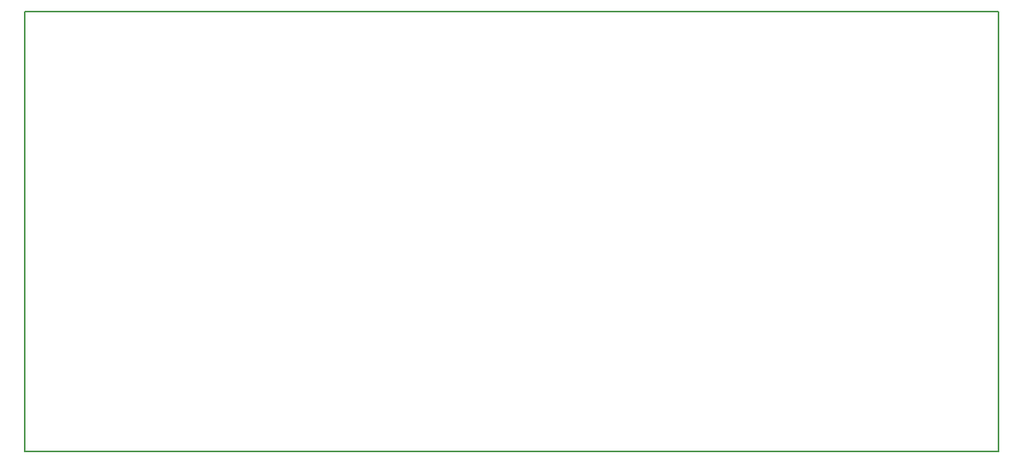
<source format=gbr>
G04 #@! TF.GenerationSoftware,KiCad,Pcbnew,(5.0.1)-4*
G04 #@! TF.CreationDate,2019-06-14T11:28:15-07:00*
G04 #@! TF.ProjectId,ESC_rev1,4553435F726576312E6B696361645F70,rev?*
G04 #@! TF.SameCoordinates,Original*
G04 #@! TF.FileFunction,Profile,NP*
%FSLAX46Y46*%
G04 Gerber Fmt 4.6, Leading zero omitted, Abs format (unit mm)*
G04 Created by KiCad (PCBNEW (5.0.1)-4) date 6/14/2019 11:28:15 AM*
%MOMM*%
%LPD*%
G01*
G04 APERTURE LIST*
%ADD10C,0.150000*%
G04 APERTURE END LIST*
D10*
X93980000Y-52070000D02*
X93980000Y-49530000D01*
X200660000Y-52070000D02*
X200660000Y-49530000D01*
X200660000Y-97790000D02*
X93980000Y-97790000D01*
X200660000Y-52070000D02*
X200660000Y-97790000D01*
X93980000Y-49530000D02*
X200660000Y-49530000D01*
X93980000Y-97790000D02*
X93980000Y-52070000D01*
M02*

</source>
